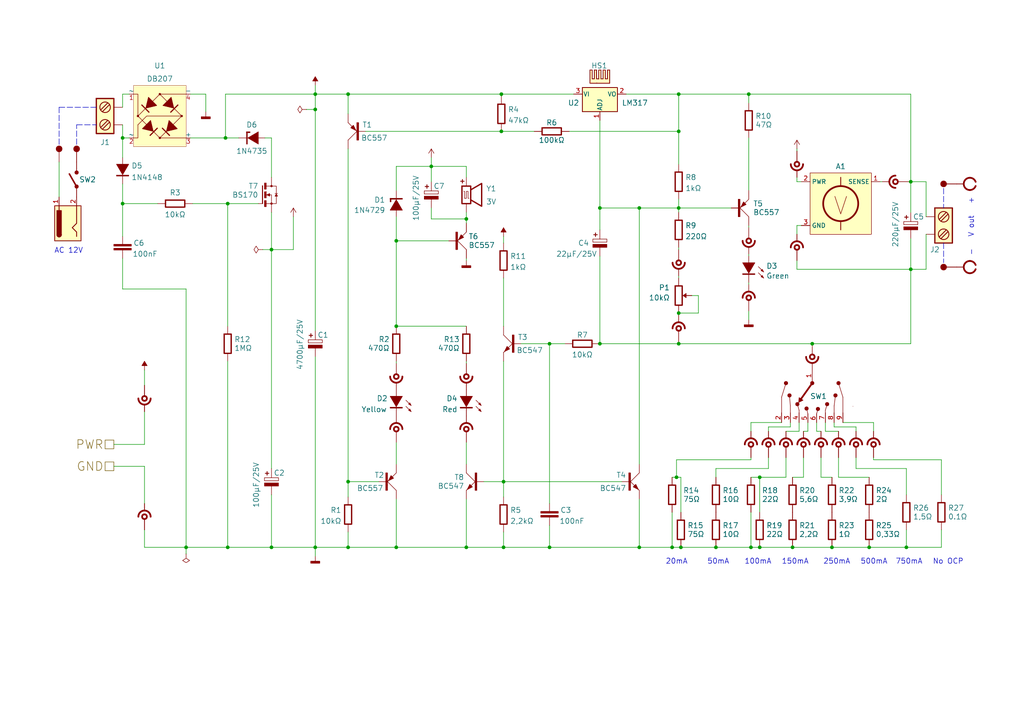
<source format=kicad_sch>
(kicad_sch (version 20230121) (generator eeschema)
  (paper "A4")
  (title_block (title "Zasilacz laboratoryjny (WŚE, W4C15)") (date "2023-01-15") (rev "3.1") (company "Kuba Michalik") (comment 1 "Wersja finałowa"))
  (lib_symbols
    (symbol "*Custom_Generic:Buzzer_Magnetic_Active" (pin_numbers hide) (pin_names (offset 0) hide)
      (property "Reference" "Y" (at 2.54 4.318 0))
      (property "Value" "Buzzer_Magnetic_Active" (at 27.051 -4.953 0))
      (symbol "Buzzer_Magnetic_Active_1_1"
        (pin passive line (at 0 5.08 270) (length 2.54) (name "1") (number "1"))
        (pin passive line (at 0 -5.08 90) (length 2.54) (name "2") (number "2"))
      )
    )
    (symbol "*Custom_Generic:C" (pin_numbers hide) (pin_names (offset 0.254))
      (property "Reference" "C" (at 2.921 3.048 0))
      (property "Value" "C" (at 2.921 0.635 0))
      (symbol "C_1_1"
        (pin passive line (at 0 3.81 270) (length 2.54) (name "~") (number "1"))
        (pin passive line (at 0 -2.54 90) (length 2.54) (name "~") (number "2"))
      )
    )
    (symbol "*Custom_Generic:C_Polarized" (pin_numbers hide) (pin_names (offset 0.254) hide)
      (property "Reference" "C" (at 0.635 2.54 0))
      (property "Value" "C_Polarized" (at 0.635 -2.54 0))
      (symbol "C_Polarized_1_1"
        (pin passive line (at 0 -3.81 90) (length 2.794) (name "-") (number "1"))
        (pin passive line (at 0 3.81 270) (length 2.667) (name "+") (number "2"))
      )
    )
    (symbol "*Custom_Generic:Conn_Jack" (pin_numbers hide) (pin_names (offset 1.016) hide)
      (property "Reference" "J" (at 0 3.429 0))
      (property "Value" "Conn_Jack" (at 0.254 -3.556 0))
      (symbol "Conn_Jack_1_1"
        (pin passive line (at -3.81 0 0) (length 2.032) (name "Pin_1") (number "1"))
      )
    )
    (symbol "*Custom_Generic:Conn_Plug" (pin_numbers hide) (pin_names (offset 1.016) hide)
      (property "Reference" "J" (at 0 2.54 0))
      (property "Value" "Conn_Plug" (at 0 -2.54 0))
      (symbol "Conn_Plug_1_1"
        (pin passive line (at -3.81 0 0) (length 3.175) (name "Pin_1") (number "1"))
      )
    )
    (symbol "*Custom_Generic:Conn_Point_F" (pin_numbers hide) (pin_names (offset 1.016) hide)
      (property "Reference" "J" (at 0 3.429 0))
      (property "Value" "Conn_Point_F" (at 0.254 -3.556 0))
      (symbol "Conn_Point_F_1_1"
        (pin passive line (at -3.81 0 0) (length 2.032) (name "Pin_1") (number "1"))
      )
    )
    (symbol "*Custom_Generic:Conn_Point_M" (pin_numbers hide) (pin_names (offset 1.016) hide)
      (property "Reference" "J" (at 0 2.54 0))
      (property "Value" "Conn_Point_M" (at 0 -2.54 0))
      (symbol "Conn_Point_M_1_1"
        (pin passive line (at -3.81 0 0) (length 3.175) (name "Pin_1") (number "1"))
      )
    )
    (symbol "*Custom_Generic:D" (pin_numbers hide) (pin_names (offset 1.016) hide)
      (property "Reference" "D" (at 0 2.54 0))
      (property "Value" "D" (at 0 -2.54 0))
      (symbol "D_1_1"
        (pin passive line (at -3.81 0 0) (length 2.54) (name "K") (number "1"))
        (pin passive line (at 3.81 0 180) (length 2.54) (name "A") (number "2"))
      )
    )
    (symbol "*Custom_Generic:D_zener" (pin_numbers hide) (pin_names (offset 1.016) hide)
      (property "Reference" "D" (at 0.381 2.921 0))
      (property "Value" "D_zener" (at 0.635 -3.048 0))
      (symbol "D_zener_1_1"
        (pin passive line (at -3.81 0 0) (length 2.54) (name "K") (number "1"))
        (pin passive line (at 3.81 0 180) (length 2.54) (name "A") (number "2"))
      )
    )
    (symbol "*Custom_Generic:LED" (pin_numbers hide) (pin_names (offset 1.016) hide)
      (property "Reference" "D" (at 0 2.921 0))
      (property "Value" "LED" (at 0 5.588 0))
      (symbol "LED_1_1"
        (pin passive line (at -3.81 0 0) (length 2.54) (name "K") (number "1"))
        (pin passive line (at 3.81 0 180) (length 2.54) (name "A") (number "2"))
      )
    )
    (symbol "*Custom_Generic:NMOS_DGS" (pin_numbers hide) (pin_names (offset 0) hide)
      (property "Reference" "T" (at 2.159 2.032 0))
      (property "Value" "NMOS_DGS" (at 2.032 -2.159 0))
      (symbol "NMOS_DGS_1_1"
        (pin passive line (at 0 5.08 270) (length 2.54) (name "D") (number "1"))
        (pin input line (at -3.81 -2.54 0) (length 1.27) (name "G") (number "2"))
        (pin passive line (at 0 -5.08 90) (length 2.54) (name "S") (number "3"))
      )
    )
    (symbol "*Custom_Generic:NPN_BJT_CBE" (pin_numbers hide) (pin_names (offset 0) hide)
      (property "Reference" "T" (at 3.81 1.27 0))
      (property "Value" "NPN_BJT_CBE" (at 3.81 -1.27 0))
      (symbol "NPN_BJT_CBE_1_1"
        (pin passive line (at 2.54 5.08 270) (length 2.54) (name "C") (number "1"))
        (pin input line (at -2.54 0 0) (length 2.54) (name "B") (number "2"))
        (pin passive line (at 2.54 -5.08 90) (length 2.54) (name "E") (number "3"))
      )
    )
    (symbol "*Custom_Generic:P" (pin_numbers hide) (pin_names (offset 0) hide)
      (property "Reference" "P" (at 2.413 -2.159 0))
      (property "Value" "P" (at 2.413 2.032 0))
      (symbol "P_0_0"
        (text "" (at 0 3.937 0) (effects (font (size 1.27 1.27))))
      )
      (symbol "P_1_1"
        (pin passive line (at 0 5.08 270) (length 2.25) (name "1") (number "1"))
        (pin passive line (at 3.81 0 180) (length 2.25) (name "2") (number "2"))
        (pin passive line (at 0 -5.08 90) (length 2.25) (name "3") (number "3"))
      )
    )
    (symbol "*Custom_Generic:PNP_BJT_CBE" (pin_numbers hide) (pin_names (offset 0) hide)
      (property "Reference" "T" (at 3.81 1.27 0))
      (property "Value" "PNP_BJT_CBE" (at 3.81 -1.27 0))
      (symbol "PNP_BJT_CBE_1_1"
        (pin passive line (at 2.54 5.08 270) (length 2.54) (name "C") (number "1"))
        (pin input line (at -2.54 0 0) (length 2.54) (name "B") (number "2"))
        (pin passive line (at 2.54 -5.08 90) (length 2.54) (name "E") (number "3"))
      )
    )
    (symbol "*Custom_Generic:R" (pin_numbers hide) (pin_names (offset 0))
      (property "Reference" "R" (at 2.413 0 90))
      (property "Value" "R" (at -2.286 0 90))
      (symbol "R_1_1"
        (pin passive line (at 0 5.08 270) (length 2.25) (name "~") (number "1"))
        (pin passive line (at 0 -5.08 90) (length 2.25) (name "~") (number "2"))
      )
    )
    (symbol "*Custom_Generic:SW_SP8T" (pin_names (offset 0.002) hide)
      (property "Reference" "SW" (at 14.097 2.54 0))
      (property "Value" "SW_SP8T" (at 17.399 -2.159 0))
      (symbol "SW_SP8T_1_1"
        (pin passive line (at -3.81 0 0) (length 3.302) (name "1") (number "1"))
        (pin passive line (at 11.43 8.89 180) (length 2.794) (name "2") (number "2"))
        (pin passive line (at 11.43 6.35 180) (length 2.794) (name "3") (number "3"))
        (pin passive line (at 11.43 3.81 180) (length 2.794) (name "4") (number "4"))
        (pin passive line (at 11.43 1.27 180) (length 2.54) (name "5") (number "5"))
        (pin passive line (at 11.43 -1.27 180) (length 2.54) (name "6") (number "6"))
        (pin passive line (at 11.43 -3.81 180) (length 2.794) (name "7") (number "7"))
        (pin passive line (at 11.43 -6.35 180) (length 2.794) (name "8") (number "8"))
        (pin passive line (at 11.43 -8.89 180) (length 2.794) (name "9") (number "9"))
      )
    )
    (symbol "*Custom_Generic:SW_SPST" (pin_numbers hide) (pin_names (offset 0) hide)
      (property "Reference" "SW" (at 7.874 1.651 0))
      (property "Value" "SW_SPST" (at 11.303 -2.032 0))
      (symbol "SW_SPST_1_1"
        (pin passive line (at 5.08 0 180) (length 2.54) (name "A1") (number "1"))
        (pin passive line (at -5.08 0 0) (length 2.54) (name "B1") (number "2"))
      )
    )
    (symbol "*Custom_Generic:Terminal_Block_x2" (pin_numbers hide) (pin_names (offset 1.016) hide)
      (property "Reference" "J" (at 0.127 6.731 0))
      (property "Value" "Terminal_Block_x2" (at 0.508 -7.239 0))
      (symbol "Terminal_Block_x2_1_1"
        (pin passive line (at -5.08 2.54 0) (length 2.54) (name "Pin_1") (number "1"))
        (pin passive line (at -5.08 -2.54 0) (length 2.54) (name "Pin_2") (number "2"))
      )
    )
    (symbol "*Custom_Generic:Voltmeter_digital" (on_board no)
      (property "Reference" "A" (at 10.541 1.651 0))
      (property "Value" "Voltmeter_digital" (at 19.685 -2.159 0))
      (symbol "Voltmeter_digital_0_0"
        (text "V" (at 0 -0.635 0) (effects (font (size 5.08 5.08))))
      )
      (symbol "Voltmeter_digital_1_1"
        (pin passive line (at 11.43 6.35 180) (length 2.54) (name "SENSE") (number "1"))
        (pin passive line (at -11.43 6.35 0) (length 2.54) (name "PWR") (number "2"))
        (pin passive line (at -11.43 -6.35 0) (length 2.54) (name "GND") (number "3"))
      )
    )
    (symbol "Connector:Barrel_Jack" (pin_names (offset 1.016))
      (property "Reference" "J" (at 0 5.334 0))
      (property "Value" "Barrel_Jack" (at 0 -5.08 0))
      (symbol "Barrel_Jack_1_1"
        (pin passive line (at 7.62 2.54 180) (length 2.54) (name "~") (number "1"))
        (pin passive line (at 7.62 -2.54 180) (length 2.54) (name "~") (number "2"))
      )
    )
    (symbol "Custom_Generic:D_bridge_DIP" (pin_names (offset 0))
      (property "Reference" "U" (at 0 10.541 0))
      (property "Value" "D_bridge_DIP" (at 0 -10.795 0))
      (symbol "D_bridge_DIP_1_1"
        (pin passive line (at -8.89 6.35 0) (length 1.27) (name "∼") (number "1"))
        (pin passive line (at -8.89 -6.35 0) (length 1.27) (name "∼") (number "2"))
        (pin passive line (at 8.89 -6.35 180) (length 1.27) (name "+") (number "3"))
        (pin passive line (at 8.89 6.35 180) (length 1.27) (name "−") (number "4"))
      )
    )
    (symbol "Custom_Power:GND" (power) (pin_numbers hide) (pin_names (offset 0) hide)
      (property "Value" "GND" (at 0 -3.175 0))
      (symbol "GND_1_1"
        (pin power_in line (at 0 0 270) (length 0) hide (name "GND") (number "1"))
      )
    )
    (symbol "Custom_Power:V1" (power) (pin_numbers hide) (pin_names (offset 0) hide)
      (property "Value" "V1" (at 0 3.81 0))
      (symbol "V1_1_1"
        (pin power_in line (at 0 0 90) (length 0) hide (name "V1") (number "1"))
      )
    )
    (symbol "Custom_Power:V3" (power) (pin_numbers hide) (pin_names (offset 0) hide)
      (property "Value" "V3" (at 0 3.81 0))
      (symbol "V3_1_1"
        (pin power_in line (at 0 0 90) (length 0) hide (name "V3") (number "1"))
      )
    )
    (symbol "Mechanical:Heatsink" (pin_names (offset 1.016))
      (property "Reference" "HS" (at 0 5.08 0))
      (property "Value" "Heatsink" (at 0 -1.27 0))
    )
    (symbol "Regulator_Linear:LM317_TO-220" (pin_names (offset 0.254))
      (property "Reference" "U" (at -3.81 3.175 0))
      (property "Value" "LM317_TO-220" (at 0 3.175 0))
      (symbol "LM317_TO-220_1_1"
        (pin input line (at 0 -7.62 90) (length 2.54) (name "ADJ") (number "1"))
        (pin power_out line (at 7.62 0 180) (length 2.54) (name "VO") (number "2"))
        (pin power_in line (at -7.62 0 0) (length 2.54) (name "VI") (number "3"))
      )
    )
    (symbol "Terminal_Block_x2_1" (pin_numbers hide) (pin_names (offset 1.016) hide)
      (property "Reference" "J" (at 0.127 6.731 0))
      (property "Value" "Terminal_Block_x2_1" (at 0.508 -7.239 0))
      (symbol "Terminal_Block_x2_1_1_1"
        (pin passive line (at -5.08 2.54 0) (length 2.54) (name "Pin_1") (number "1"))
        (pin passive line (at -5.08 -2.54 0) (length 2.54) (name "Pin_2") (number "2"))
      )
    )
    (symbol "power:PWR_FLAG" (power) (pin_numbers hide) (pin_names (offset 0) hide)
      (property "Value" "PWR_FLAG" (at 0 3.81 0))
      (symbol "PWR_FLAG_0_0"
        (pin power_out line (at 0 0 90) (length 0) (name "pwr") (number "1"))
      )
    )
  )
  (junction (at 100.965 27.305))
  (junction (at 197.485 158.75))
  (junction (at 217.805 158.75))
  (junction (at 196.215 138.43))
  (junction (at 217.17 27.305))
  (junction (at 114.935 69.85))
  (junction (at 135.255 158.75))
  (junction (at 235.585 99.695))
  (junction (at 220.345 158.75))
  (junction (at 185.42 60.325))
  (junction (at 220.345 138.43))
  (junction (at 145.415 38.1))
  (junction (at 91.44 158.75))
  (junction (at 196.85 90.805))
  (junction (at 78.74 72.39))
  (junction (at 114.935 94.615))
  (junction (at 264.16 52.705))
  (junction (at 196.85 99.695))
  (junction (at 159.385 158.75))
  (junction (at 185.42 158.75))
  (junction (at 78.74 158.75))
  (junction (at 66.04 59.055))
  (junction (at 66.04 158.75))
  (junction (at 252.095 158.75))
  (junction (at 241.3 158.75))
  (junction (at 53.975 158.75))
  (junction (at 196.85 38.1))
  (junction (at 35.56 40.005))
  (junction (at 173.99 60.325))
  (junction (at 196.85 27.305))
  (junction (at 146.05 139.7))
  (junction (at 125.095 48.26))
  (junction (at 145.415 27.305))
  (junction (at 264.16 78.105))
  (junction (at 196.85 60.325))
  (junction (at 114.935 158.75))
  (junction (at 262.89 158.75))
  (junction (at 146.05 158.75))
  (junction (at 65.405 40.005))
  (junction (at 207.645 158.75))
  (junction (at 35.56 59.055))
  (junction (at 100.965 158.75))
  (junction (at 173.99 99.695))
  (junction (at 91.44 27.305))
  (junction (at 100.965 139.7))
  (junction (at 229.87 158.75))
  (junction (at 135.255 63.5))
  (junction (at 194.945 158.75))
  (junction (at 91.44 31.75))
  (junction (at 159.385 99.695))
  (wire (pts (xy 151.13 99.695) (xy 159.385 99.695)))
  (wire (pts (xy 173.99 60.325) (xy 185.42 60.325)))
  (wire (pts (xy 217.17 73.66) (xy 217.17 74.295)))
  (wire (pts (xy 243.205 132.715) (xy 243.205 138.43)))
  (wire (pts (xy 233.045 132.715) (xy 233.045 138.43)))
  (wire (pts (xy 35.56 83.82) (xy 53.975 83.82)))
  (wire (pts (xy 217.17 27.305) (xy 264.16 27.305)))
  (wire (pts (xy 197.485 148.59) (xy 197.485 138.43)))
  (wire (pts (xy 91.44 31.75) (xy 91.44 95.885)))
  (wire (pts (xy 181.61 27.305) (xy 196.85 27.305)))
  (wire (pts (xy 159.385 152.4) (xy 159.385 158.75)))
  (wire (pts (xy 146.05 80.645) (xy 146.05 94.615)))
  (wire (pts (xy 226.695 122.555) (xy 217.805 122.555)))
  (wire (pts (xy 35.56 36.195) (xy 35.56 40.005)))
  (wire (pts (xy 135.255 158.75) (xy 146.05 158.75)))
  (wire (pts (xy 264.16 52.705) (xy 264.16 61.595)))
  (wire (pts (xy 217.805 148.59) (xy 217.805 158.75)))
  (wire (pts (xy 236.855 125.095) (xy 238.125 125.095)))
  (wire (pts (xy 146.05 139.7) (xy 180.34 139.7)))
  (wire (pts (xy 217.17 27.305) (xy 196.85 27.305)))
  (wire (pts (xy 262.89 158.75) (xy 273.05 158.75)))
  (wire (pts (xy 217.805 133.35) (xy 196.215 133.35)))
  (wire (pts (xy 74.93 59.055) (xy 66.04 59.055)))
  (wire (pts (xy 255.27 52.705) (xy 255.905 52.705)))
  (polyline (pts (xy 22.225 41.91) (xy 22.225 36.195)) (stroke (width 0) (type dash)))
  (wire (pts (xy 185.42 60.325) (xy 196.85 60.325)))
  (wire (pts (xy 35.56 40.005) (xy 37.465 40.005)))
  (wire (pts (xy 273.05 133.35) (xy 273.05 143.51)))
  (wire (pts (xy 35.56 74.93) (xy 35.56 83.82)))
  (wire (pts (xy 264.16 69.215) (xy 264.16 78.105)))
  (wire (pts (xy 135.255 63.5) (xy 135.255 61.595)))
  (polyline (pts (xy 273.685 70.485) (xy 273.685 76.2)) (stroke (width 0) (type dash)))
  (wire (pts (xy 227.965 132.715) (xy 227.965 138.43)))
  (wire (pts (xy 185.42 144.78) (xy 185.42 158.75)))
  (wire (pts (xy 217.17 40.005) (xy 217.17 55.245)))
  (wire (pts (xy 196.215 133.35) (xy 196.215 138.43)))
  (wire (pts (xy 145.415 38.1) (xy 154.94 38.1)))
  (wire (pts (xy 268.605 67.945) (xy 268.605 78.105)))
  (wire (pts (xy 231.14 51.435) (xy 231.14 52.705)))
  (wire (pts (xy 65.405 27.305) (xy 91.44 27.305)))
  (wire (pts (xy 262.89 135.89) (xy 262.89 143.51)))
  (wire (pts (xy 217.805 132.715) (xy 217.805 133.35)))
  (wire (pts (xy 262.89 153.67) (xy 262.89 158.75)))
  (wire (pts (xy 253.365 133.35) (xy 273.05 133.35)))
  (wire (pts (xy 159.385 99.695) (xy 159.385 146.05)))
  (wire (pts (xy 268.605 78.105) (xy 264.16 78.105)))
  (wire (pts (xy 196.85 99.695) (xy 235.585 99.695)))
  (wire (pts (xy 91.44 103.505) (xy 91.44 158.75)))
  (wire (pts (xy 41.91 107.315) (xy 41.91 111.76)))
  (wire (pts (xy 135.255 64.77) (xy 135.255 63.5)))
  (wire (pts (xy 241.935 123.825) (xy 248.285 123.825)))
  (wire (pts (xy 185.42 60.325) (xy 185.42 134.62)))
  (wire (pts (xy 231.775 122.555) (xy 231.775 125.095)))
  (wire (pts (xy 217.17 81.915) (xy 217.17 82.55)))
  (wire (pts (xy 41.91 128.905) (xy 41.91 119.38)))
  (wire (pts (xy 248.285 123.825) (xy 248.285 125.095)))
  (wire (pts (xy 135.255 74.93) (xy 135.255 75.565)))
  (wire (pts (xy 78.74 143.51) (xy 78.74 158.75)))
  (wire (pts (xy 222.885 135.89) (xy 207.645 135.89)))
  (wire (pts (xy 173.99 99.695) (xy 196.85 99.695)))
  (wire (pts (xy 55.88 59.055) (xy 66.04 59.055)))
  (wire (pts (xy 217.17 29.845) (xy 217.17 27.305)))
  (wire (pts (xy 159.385 99.695) (xy 163.83 99.695)))
  (wire (pts (xy 238.125 138.43) (xy 241.3 138.43)))
  (polyline (pts (xy 17.145 41.91) (xy 17.145 31.115)) (stroke (width 0) (type dash)))
  (wire (pts (xy 78.74 40.005) (xy 78.74 51.435)))
  (wire (pts (xy 35.56 31.115) (xy 35.56 27.305)))
  (wire (pts (xy 264.16 99.695) (xy 264.16 78.105)))
  (wire (pts (xy 165.1 38.1) (xy 196.85 38.1)))
  (wire (pts (xy 159.385 158.75) (xy 185.42 158.75)))
  (wire (pts (xy 35.56 59.055) (xy 35.56 68.58)))
  (wire (pts (xy 55.245 40.005) (xy 65.405 40.005)))
  (wire (pts (xy 196.85 57.785) (xy 196.85 60.325)))
  (wire (pts (xy 85.09 72.39) (xy 85.09 62.865)))
  (wire (pts (xy 196.85 27.305) (xy 196.85 38.1)))
  (wire (pts (xy 53.975 158.75) (xy 53.975 160.655)))
  (wire (pts (xy 248.285 132.715) (xy 248.285 135.89)))
  (wire (pts (xy 114.935 69.85) (xy 114.935 94.615)))
  (wire (pts (xy 91.44 158.75) (xy 78.74 158.75)))
  (wire (pts (xy 273.05 153.67) (xy 273.05 158.75)))
  (wire (pts (xy 173.99 60.325) (xy 173.99 66.675)))
  (wire (pts (xy 114.935 55.245) (xy 114.935 48.26)))
  (wire (pts (xy 185.42 158.75) (xy 194.945 158.75)))
  (wire (pts (xy 146.05 104.775) (xy 146.05 139.7)))
  (wire (pts (xy 220.345 158.75) (xy 229.87 158.75)))
  (wire (pts (xy 239.395 125.095) (xy 243.205 125.095)))
  (wire (pts (xy 264.16 52.705) (xy 268.605 52.705)))
  (wire (pts (xy 78.74 158.75) (xy 66.04 158.75)))
  (wire (pts (xy 207.645 158.75) (xy 217.805 158.75)))
  (wire (pts (xy 100.965 139.7) (xy 109.855 139.7)))
  (wire (pts (xy 202.565 90.805) (xy 196.85 90.805)))
  (wire (pts (xy 253.365 132.715) (xy 253.365 133.35)))
  (wire (pts (xy 232.41 52.705) (xy 231.14 52.705)))
  (wire (pts (xy 35.56 59.055) (xy 45.72 59.055)))
  (wire (pts (xy 35.56 53.34) (xy 35.56 59.055)))
  (polyline (pts (xy 273.685 54.61) (xy 273.685 60.325)) (stroke (width 0) (type dash)))
  (wire (pts (xy 125.095 48.26) (xy 135.255 48.26)))
  (wire (pts (xy 253.365 122.555) (xy 253.365 125.095)))
  (wire (pts (xy 229.235 123.825) (xy 222.885 123.825)))
  (wire (pts (xy 241.935 122.555) (xy 241.935 123.825)))
  (wire (pts (xy 196.85 38.1) (xy 196.85 47.625)))
  (wire (pts (xy 222.885 132.715) (xy 222.885 135.89)))
  (wire (pts (xy 53.975 158.75) (xy 66.04 158.75)))
  (wire (pts (xy 217.805 122.555) (xy 217.805 125.095)))
  (wire (pts (xy 233.045 138.43) (xy 229.87 138.43)))
  (wire (pts (xy 196.85 71.755) (xy 196.85 72.39)))
  (wire (pts (xy 146.05 154.305) (xy 146.05 158.75)))
  (wire (pts (xy 135.255 128.27) (xy 135.255 134.62)))
  (wire (pts (xy 241.3 158.75) (xy 252.095 158.75)))
  (wire (pts (xy 229.87 158.75) (xy 241.3 158.75)))
  (wire (pts (xy 146.05 158.75) (xy 159.385 158.75)))
  (wire (pts (xy 197.485 158.75) (xy 207.645 158.75)))
  (wire (pts (xy 88.9 31.75) (xy 91.44 31.75)))
  (wire (pts (xy 234.315 122.555) (xy 234.315 125.095)))
  (wire (pts (xy 78.74 72.39) (xy 85.09 72.39)))
  (wire (pts (xy 196.215 138.43) (xy 197.485 138.43)))
  (wire (pts (xy 91.44 27.305) (xy 91.44 31.75)))
  (wire (pts (xy 125.095 45.72) (xy 125.095 48.26)))
  (wire (pts (xy 244.475 122.555) (xy 253.365 122.555)))
  (wire (pts (xy 76.2 72.39) (xy 78.74 72.39)))
  (wire (pts (xy 53.975 83.82) (xy 53.975 158.75)))
  (wire (pts (xy 41.91 158.75) (xy 53.975 158.75)))
  (polyline (pts (xy 17.145 31.115) (xy 27.94 31.115)) (stroke (width 0) (type dash)))
  (wire (pts (xy 248.285 135.89) (xy 262.89 135.89)))
  (wire (pts (xy 114.935 48.26) (xy 125.095 48.26)))
  (wire (pts (xy 114.935 69.85) (xy 130.175 69.85)))
  (wire (pts (xy 91.44 158.75) (xy 91.44 161.29)))
  (wire (pts (xy 231.14 43.18) (xy 231.14 43.815)))
  (wire (pts (xy 146.05 68.58) (xy 146.05 70.485)))
  (wire (pts (xy 222.885 123.825) (xy 222.885 125.095)))
  (wire (pts (xy 66.04 59.055) (xy 66.04 94.615)))
  (wire (pts (xy 135.255 104.775) (xy 135.255 105.41)))
  (wire (pts (xy 78.74 61.595) (xy 78.74 72.39)))
  (wire (pts (xy 125.095 63.5) (xy 135.255 63.5)))
  (wire (pts (xy 33.02 128.905) (xy 41.91 128.905)))
  (wire (pts (xy 41.91 153.67) (xy 41.91 158.75)))
  (wire (pts (xy 140.335 139.7) (xy 146.05 139.7)))
  (wire (pts (xy 78.74 72.39) (xy 78.74 135.89)))
  (wire (pts (xy 252.095 158.75) (xy 262.89 158.75)))
  (wire (pts (xy 173.99 34.925) (xy 173.99 60.325)))
  (wire (pts (xy 268.605 52.705) (xy 268.605 62.865)))
  (wire (pts (xy 239.395 122.555) (xy 239.395 125.095)))
  (wire (pts (xy 41.91 135.255) (xy 41.91 146.05)))
  (wire (pts (xy 125.095 48.26) (xy 125.095 52.705)))
  (wire (pts (xy 200.66 85.725) (xy 202.565 85.725)))
  (wire (pts (xy 227.965 138.43) (xy 220.345 138.43)))
  (wire (pts (xy 55.245 27.305) (xy 59.69 27.305)))
  (wire (pts (xy 35.56 40.005) (xy 35.56 45.72)))
  (wire (pts (xy 217.805 158.75) (xy 220.345 158.75)))
  (wire (pts (xy 114.935 158.75) (xy 135.255 158.75)))
  (wire (pts (xy 196.85 99.06) (xy 196.85 99.695)))
  (wire (pts (xy 33.02 135.255) (xy 41.91 135.255)))
  (wire (pts (xy 264.16 52.705) (xy 264.16 27.305)))
  (wire (pts (xy 76.835 40.005) (xy 78.74 40.005)))
  (wire (pts (xy 145.415 27.305) (xy 166.37 27.305)))
  (wire (pts (xy 100.965 27.305) (xy 145.415 27.305)))
  (wire (pts (xy 232.41 65.405) (xy 231.14 65.405)))
  (wire (pts (xy 231.14 75.565) (xy 231.14 78.105)))
  (wire (pts (xy 65.405 40.005) (xy 65.405 27.305)))
  (wire (pts (xy 100.965 154.305) (xy 100.965 158.75)))
  (wire (pts (xy 146.05 139.7) (xy 146.05 144.145)))
  (wire (pts (xy 106.045 38.1) (xy 145.415 38.1)))
  (wire (pts (xy 66.04 104.775) (xy 66.04 158.75)))
  (wire (pts (xy 238.125 132.715) (xy 238.125 138.43)))
  (wire (pts (xy 91.44 24.765) (xy 91.44 27.305)))
  (polyline (pts (xy 22.225 36.195) (xy 27.94 36.195)) (stroke (width 0) (type dash)))
  (wire (pts (xy 217.17 65.405) (xy 217.17 66.04)))
  (wire (pts (xy 114.935 105.41) (xy 114.935 104.775)))
  (wire (pts (xy 236.855 122.555) (xy 236.855 125.095)))
  (wire (pts (xy 114.935 62.865) (xy 114.935 69.85)))
  (wire (pts (xy 194.945 158.75) (xy 197.485 158.75)))
  (wire (pts (xy 243.205 138.43) (xy 252.095 138.43)))
  (wire (pts (xy 202.565 85.725) (xy 202.565 90.805)))
  (wire (pts (xy 220.345 148.59) (xy 220.345 138.43)))
  (wire (pts (xy 194.945 148.59) (xy 194.945 158.75)))
  (wire (pts (xy 114.935 144.78) (xy 114.935 158.75)))
  (wire (pts (xy 194.945 138.43) (xy 196.215 138.43)))
  (wire (pts (xy 100.965 139.7) (xy 100.965 144.145)))
  (wire (pts (xy 135.255 51.435) (xy 135.255 48.26)))
  (wire (pts (xy 59.69 27.305) (xy 59.69 32.385)))
  (wire (pts (xy 217.805 138.43) (xy 220.345 138.43)))
  (wire (pts (xy 17.145 57.15) (xy 17.145 46.99)))
  (wire (pts (xy 114.935 94.615) (xy 135.255 94.615)))
  (wire (pts (xy 231.14 65.405) (xy 231.14 67.945)))
  (wire (pts (xy 114.935 134.62) (xy 114.935 128.27)))
  (wire (pts (xy 196.85 60.325) (xy 212.09 60.325)))
  (wire (pts (xy 100.965 158.75) (xy 114.935 158.75)))
  (wire (pts (xy 196.85 60.325) (xy 196.85 61.595)))
  (wire (pts (xy 91.44 158.75) (xy 100.965 158.75)))
  (wire (pts (xy 229.235 122.555) (xy 229.235 123.825)))
  (wire (pts (xy 145.415 27.94) (xy 145.415 27.305)))
  (wire (pts (xy 263.525 52.705) (xy 264.16 52.705)))
  (wire (pts (xy 100.965 27.305) (xy 100.965 33.02)))
  (wire (pts (xy 231.14 78.105) (xy 264.16 78.105)))
  (wire (pts (xy 125.095 60.325) (xy 125.095 63.5)))
  (wire (pts (xy 217.17 90.17) (xy 217.17 92.71)))
  (wire (pts (xy 196.85 90.805) (xy 196.85 91.44)))
  (wire (pts (xy 207.645 135.89) (xy 207.645 138.43)))
  (wire (pts (xy 173.99 74.295) (xy 173.99 99.695)))
  (wire (pts (xy 91.44 27.305) (xy 100.965 27.305)))
  (wire (pts (xy 135.255 144.78) (xy 135.255 158.75)))
  (wire (pts (xy 65.405 40.005) (xy 69.215 40.005)))
  (wire (pts (xy 235.585 99.695) (xy 264.16 99.695)))
  (wire (pts (xy 234.315 125.095) (xy 233.045 125.095)))
  (wire (pts (xy 100.965 43.18) (xy 100.965 139.7)))
  (wire (pts (xy 196.85 80.01) (xy 196.85 80.645)))
  (wire (pts (xy 35.56 27.305) (xy 37.465 27.305)))
  (wire (pts (xy 231.775 125.095) (xy 227.965 125.095)))
  (text "−   V out   +" (at 282.575 74.295 90) (effects (font (size 1.524 1.524)) (justify left bottom)))
  (text "150mA" (at 226.695 163.83 0) (effects (font (size 1.524 1.524)) (justify left bottom)))
  (text "250mA" (at 238.76 163.83 0) (effects (font (size 1.524 1.524)) (justify left bottom)))
  (text "750mA" (at 259.715 163.83 0) (effects (font (size 1.524 1.524)) (justify left bottom)))
  (text "No OCP" (at 270.51 163.83 0) (effects (font (size 1.524 1.524)) (justify left bottom)))
  (text "50mA" (at 205.105 163.83 0) (effects (font (size 1.524 1.524)) (justify left bottom)))
  (text "500mA" (at 249.555 163.83 0) (effects (font (size 1.524 1.524)) (justify left bottom)))
  (text "100mA" (at 215.9 163.83 0) (effects (font (size 1.524 1.524)) (justify left bottom)))
  (text "AC 12V" (at 24.13 73.66 0) (effects (font (size 1.524 1.524)) (justify right bottom)))
  (text "20mA" (at 193.04 163.83 0) (effects (font (size 1.524 1.524)) (justify left bottom)))
  (hierarchical_label "PWR" (shape passive) (at 33.02 128.905 180) (effects (font (size 2.54 2.54))))
  (hierarchical_label "GND" (shape passive) (at 33.02 135.255 180) (effects (font (size 2.54 2.54))))
  (symbol (lib_id "power:PWR_FLAG") (at 76.2 72.39 90) (unit 1)
    (property "Reference" "#FLG02" (effects hide))
    (property "Value" "PWR_FLAG" (effects hide))
  )
  (symbol (lib_id "*Custom_Generic:Conn_Point_M") (at 196.85 76.2 270) (unit 1)
    (property "Reference" "J11" (effects hide))
    (property "Value" "VSET1" (effects hide))
    (property "Footprint" "VeeCad:SIP1" (effects hide))
  )
  (symbol (lib_id "*Custom_Generic:Conn_Point_F") (at 259.715 52.705 0) (unit 1) (on_board no)
    (property "Reference" "J124" (effects hide))
    (property "Value" "OFF_BOARD" (effects hide))
  )
  (symbol (lib_id "Custom_Power:V1") (at 91.44 24.765 0) (unit 1)
    (property "Reference" "#PWR0105" (effects hide))
    (property "Value" "V+" (effects hide))
  )
  (symbol (lib_id "*Custom_Generic:Conn_Point_M") (at 227.965 128.905 90) (unit 1)
    (property "Reference" "J19" (effects hide))
    (property "Value" "OCP3" (effects hide))
    (property "Footprint" "VeeCad:SIP1" (effects hide))
  )
  (symbol (lib_id "*Custom_Generic:R") (at 217.17 34.925 0) (unit 1)
    (property "Reference" "R10" (at 219.075 33.655 0) (effects (font (size 1.524 1.524)) (justify left)))
    (property "Value" "47Ω" (at 219.075 36.195 0) (effects (font (size 1.524 1.524)) (justify left)))
    (property "Footprint" "VeeCad:VERTAX_2N" (effects hide))
  )
  (symbol (lib_id "*Custom_Generic:LED") (at 217.17 78.105 90) (unit 1) (on_board no)
    (property "Reference" "D3" (at 222.25 77.1525 90) (effects (font (size 1.524 1.524)) (justify right)))
    (property "Value" "Green" (at 222.25 80.01 90) (effects (font (size 1.524 1.524)) (justify right)))
  )
  (symbol (lib_id "*Custom_Generic:R") (at 207.645 143.51 0) (mirror y) (unit 1)
    (property "Reference" "R16" (at 209.55 142.24 0) (effects (font (size 1.524 1.524)) (justify right)))
    (property "Value" "10Ω" (at 209.55 144.78 0) (effects (font (size 1.524 1.524)) (justify right)))
    (property "Footprint" "VeeCad:VERTAX_1N" (effects hide))
  )
  (symbol (lib_id "*Custom_Generic:Conn_Point_M") (at 253.365 128.905 90) (unit 1)
    (property "Reference" "J24" (effects hide))
    (property "Value" "OCP8" (effects hide))
    (property "Footprint" "VeeCad:SIP1" (effects hide))
  )
  (symbol (lib_id "*Custom_Generic:NPN_BJT_CBE") (at 148.59 99.695 0) (mirror y) (unit 1)
    (property "Reference" "T3" (at 153.035 97.79 0) (effects (font (size 1.524 1.524)) (justify left)))
    (property "Value" "BC547" (at 157.48 101.6 0) (effects (font (size 1.524 1.524)) (justify left)))
    (property "Footprint" "VeeCad:TO92_ALT2" (effects hide))
  )
  (symbol (lib_id "Custom_Generic:D_bridge_DIP") (at 46.355 33.655 0) (unit 1)
    (property "Reference" "U1" (at 46.355 19.05 0) (effects (font (size 1.524 1.524))))
    (property "Value" "DB207" (at 46.355 22.86 0) (effects (font (size 1.524 1.524))))
    (property "Footprint" "VeeCad:DIP4_DB" (effects hide))
  )
  (symbol (lib_id "*Custom_Generic:Conn_Point_M") (at 114.935 109.22 270) (unit 1)
    (property "Reference" "J15" (effects hide))
    (property "Value" "VDOL+" (effects hide))
    (property "Footprint" "VeeCad:SIP1" (effects hide))
  )
  (symbol (lib_id "*Custom_Generic:Conn_Plug") (at 17.145 43.18 90) (unit 1) (on_board no)
    (property "Reference" "J101" (effects hide))
    (property "Value" "INSULATED FERRULE" (effects hide))
  )
  (symbol (lib_id "*Custom_Generic:Conn_Point_F") (at 135.255 109.22 90) (unit 1) (on_board no)
    (property "Reference" "J107" (effects hide))
    (property "Value" "OFF_BOARD" (effects hide))
  )
  (symbol (lib_id "*Custom_Generic:R") (at 252.095 153.67 0) (mirror y) (unit 1)
    (property "Reference" "R25" (at 254 152.4 0) (effects (font (size 1.524 1.524)) (justify right)))
    (property "Value" "0,33Ω" (at 254 154.94 0) (effects (font (size 1.524 1.524)) (justify right)))
    (property "Footprint" "VeeCad:VERTAX2_1N" (effects hide))
  )
  (symbol (lib_id "*Custom_Generic:Voltmeter_digital") (at 243.84 59.055 0) (unit 1) (on_board no)
    (property "Reference" "A1" (at 243.84 48.26 0) (effects (font (size 1.524 1.524))))
    (property "Value" "DIGITAL_VM" (effects hide))
  )
  (symbol (lib_id "*Custom_Generic:Conn_Point_F") (at 135.255 124.46 270) (unit 1) (on_board no)
    (property "Reference" "J108" (effects hide))
    (property "Value" "OFF_BOARD" (effects hide))
  )
  (symbol (lib_id "*Custom_Generic:R") (at 229.87 153.67 0) (mirror y) (unit 1)
    (property "Reference" "R21" (at 231.775 152.4 0) (effects (font (size 1.524 1.524)) (justify right)))
    (property "Value" "2,2Ω" (at 231.775 154.94 0) (effects (font (size 1.524 1.524)) (justify right)))
    (property "Footprint" "VeeCad:VERTAX_1N" (effects hide))
  )
  (symbol (lib_id "*Custom_Generic:Conn_Point_M") (at 231.14 71.755 90) (unit 1)
    (property "Reference" "J7" (effects hide))
    (property "Value" "VMGND" (effects hide))
    (property "Footprint" "VeeCad:SIP1" (effects hide))
  )
  (symbol (lib_id "*Custom_Generic:R") (at 194.945 143.51 0) (mirror y) (unit 1)
    (property "Reference" "R14" (at 198.12 142.24 0) (effects (font (size 1.524 1.524)) (justify right)))
    (property "Value" "75Ω" (at 198.12 144.78 0) (effects (font (size 1.524 1.524)) (justify right)))
    (property "Footprint" "VeeCad:AX3_1N" (effects hide))
  )
  (symbol (lib_id "*Custom_Generic:LED") (at 114.935 116.84 90) (unit 1) (on_board no)
    (property "Reference" "D2" (at 109.22 115.57 90) (effects (font (size 1.524 1.524)) (justify right)))
    (property "Value" "Yellow" (at 104.775 118.745 90) (effects (font (size 1.524 1.524)) (justify right)))
  )
  (symbol (lib_id "*Custom_Generic:Conn_Point_F") (at 114.935 124.46 270) (unit 1) (on_board no)
    (property "Reference" "J106" (effects hide))
    (property "Value" "OFF_BOARD" (effects hide))
  )
  (symbol (lib_id "*Custom_Generic:Conn_Point_M") (at 259.715 52.705 180) (unit 1)
    (property "Reference" "J5" (effects hide))
    (property "Value" "VMPROBE" (effects hide))
    (property "Footprint" "VeeCad:SIP1" (effects hide))
  )
  (symbol (lib_id "*Custom_Generic:D_zener") (at 73.025 40.005 0) (unit 1)
    (property "Reference" "D6" (at 73.025 36.195 0) (effects (font (size 1.524 1.524))))
    (property "Value" "1N4735" (at 73.025 43.815 0) (effects (font (size 1.524 1.524))))
    (property "Footprint" "VeeCad:AX2_1" (effects hide))
  )
  (symbol (lib_id "*Custom_Generic:R") (at 241.3 143.51 0) (mirror y) (unit 1)
    (property "Reference" "R22" (at 243.205 142.24 0) (effects (font (size 1.524 1.524)) (justify right)))
    (property "Value" "3,9Ω" (at 243.205 144.78 0) (effects (font (size 1.524 1.524)) (justify right)))
    (property "Footprint" "VeeCad:VERTAX2_1N" (effects hide))
  )
  (symbol (lib_id "*Custom_Generic:Conn_Point_F") (at 248.285 128.905 270) (unit 1) (on_board no)
    (property "Reference" "J122" (effects hide))
    (property "Value" "OFF_BOARD" (effects hide))
  )
  (symbol (lib_id "*Custom_Generic:Conn_Point_F") (at 196.85 76.2 90) (unit 1) (on_board no)
    (property "Reference" "J109" (effects hide))
    (property "Value" "OFF_BOARD" (effects hide))
  )
  (symbol (lib_id "Connector:Barrel_Jack") (at 19.685 64.77 90) (unit 1) (on_board no)
    (property "Reference" "J127" (effects hide))
    (property "Value" "BARREL JACK 2,1/5,5" (effects hide))
  )
  (symbol (lib_id "*Custom_Generic:Conn_Point_F") (at 114.935 109.22 90) (unit 1) (on_board no)
    (property "Reference" "J105" (effects hide))
    (property "Value" "OFF_BOARD" (effects hide))
  )
  (symbol (lib_id "*Custom_Generic:R") (at 135.255 99.695 0) (unit 1)
    (property "Reference" "R13" (at 133.35 98.425 0) (effects (font (size 1.524 1.524)) (justify right)))
    (property "Value" "470Ω" (at 133.35 100.965 0) (effects (font (size 1.524 1.524)) (justify right)))
    (property "Footprint" "VeeCad:VERTAX_2N_180" (effects hide))
  )
  (symbol (lib_id "*Custom_Generic:Conn_Jack") (at 281.305 77.47 0) (unit 1) (on_board no)
    (property "Reference" "J129" (effects hide))
    (property "Value" "BANANA JACK 4mm" (effects hide))
  )
  (symbol (lib_id "Custom_Power:GND") (at 135.255 75.565 0) (unit 1)
    (property "Reference" "#PWR0109" (effects hide))
    (property "Value" "GNDD" (effects hide))
  )
  (symbol (lib_id "*Custom_Generic:R") (at 197.485 153.67 0) (mirror y) (unit 1)
    (property "Reference" "R15" (at 199.39 152.4 0) (effects (font (size 1.524 1.524)) (justify right)))
    (property "Value" "75Ω" (at 199.39 154.94 0) (effects (font (size 1.524 1.524)) (justify right)))
    (property "Footprint" "VeeCad:AX3_1N" (effects hide))
  )
  (symbol (lib_id "Custom_Power:GND") (at 91.44 161.29 0) (unit 1)
    (property "Reference" "#PWR0103" (effects hide))
    (property "Value" "GND" (effects hide))
  )
  (symbol (lib_id "*Custom_Generic:R") (at 241.3 153.67 0) (mirror y) (unit 1)
    (property "Reference" "R23" (at 243.205 152.4 0) (effects (font (size 1.524 1.524)) (justify right)))
    (property "Value" "1Ω" (at 243.205 154.94 0) (effects (font (size 1.524 1.524)) (justify right)))
    (property "Footprint" "VeeCad:VERTAX2_1N" (effects hide))
  )
  (symbol (lib_id "*Custom_Generic:Conn_Point_F") (at 217.17 69.85 90) (unit 1) (on_board no)
    (property "Reference" "J111" (effects hide))
    (property "Value" "OFF_BOARD" (effects hide))
  )
  (symbol (lib_id "*Custom_Generic:Conn_Point_M") (at 217.17 69.85 270) (unit 1)
    (property "Reference" "J9" (effects hide))
    (property "Value" "PWRL+" (effects hide))
    (property "Footprint" "VeeCad:SIP1" (effects hide))
  )
  (symbol (lib_id "*Custom_Generic:PNP_BJT_CBE") (at 112.395 139.7 0) (mirror x) (unit 1)
    (property "Reference" "T2" (at 108.585 137.795 0) (effects (font (size 1.524 1.524)) (justify left)))
    (property "Value" "BC557" (at 103.505 141.605 0) (effects (font (size 1.524 1.524)) (justify left)))
    (property "Footprint" "VeeCad:TO92" (effects hide))
  )
  (symbol (lib_id "*Custom_Generic:PNP_BJT_CBE") (at 214.63 60.325 0) (mirror x) (unit 1)
    (property "Reference" "T5" (at 218.44 59.055 0) (effects (font (size 1.524 1.524)) (justify left)))
    (property "Value" "BC557" (at 218.44 61.595 0) (effects (font (size 1.524 1.524)) (justify left)))
    (property "Footprint" "VeeCad:TO92_ALT2" (effects hide))
  )
  (symbol (lib_id "*Custom_Generic:R") (at 100.965 149.225 0) (mirror y) (unit 1)
    (property "Reference" "R1" (at 99.06 147.955 0) (effects (font (size 1.524 1.524)) (justify left)))
    (property "Value" "10kΩ" (at 99.06 151.13 0) (effects (font (size 1.524 1.524)) (justify left)))
    (property "Footprint" "VeeCad:VERTAX_1N" (effects hide))
  )
  (symbol (lib_id "*Custom_Generic:Conn_Point_M") (at 248.285 128.905 90) (unit 1)
    (property "Reference" "J23" (effects hide))
    (property "Value" "OCP7" (effects hide))
    (property "Footprint" "VeeCad:SIP1" (effects hide))
  )
  (symbol (lib_id "*Custom_Generic:Conn_Point_M") (at 41.91 115.57 270) (unit 1)
    (property "Reference" "J25" (effects hide))
    (property "Value" "FAN+" (effects hide))
    (property "Footprint" "VeeCad:SIP1" (effects hide))
  )
  (symbol (lib_id "*Custom_Generic:Conn_Point_F") (at 41.91 149.86 270) (unit 1) (on_board no)
    (property "Reference" "J104" (effects hide))
    (property "Value" "OFF_BOARD" (effects hide))
  )
  (symbol (lib_id "*Custom_Generic:Conn_Point_F") (at 222.885 128.905 270) (unit 1) (on_board no)
    (property "Reference" "J114" (effects hide))
    (property "Value" "OFF_BOARD" (effects hide))
  )
  (symbol (lib_id "*Custom_Generic:Conn_Point_F") (at 235.585 103.505 90) (unit 1) (on_board no)
    (property "Reference" "J119" (effects hide))
    (property "Value" "OFF_BOARD" (effects hide))
  )
  (symbol (lib_id "*Custom_Generic:C") (at 159.385 149.86 0) (unit 1)
    (property "Reference" "C3" (at 165.735 147.955 0) (effects (font (size 1.524 1.524)) (justify right)))
    (property "Value" "100nF" (at 169.545 151.13 0) (effects (font (size 1.524 1.524)) (justify right)))
    (property "Footprint" "VeeCad:AX2_1N" (effects hide))
  )
  (symbol (lib_id "*Custom_Generic:Conn_Point_F") (at 217.17 86.36 270) (unit 1) (on_board no)
    (property "Reference" "J112" (effects hide))
    (property "Value" "OFF_BOARD" (effects hide))
  )
  (symbol (lib_id "*Custom_Generic:R") (at 66.04 99.695 0) (mirror y) (unit 1)
    (property "Reference" "R12" (at 67.945 98.425 0) (effects (font (size 1.524 1.524)) (justify right)))
    (property "Value" "1MΩ" (at 67.945 100.965 0) (effects (font (size 1.524 1.524)) (justify right)))
    (property "Footprint" "VeeCad:AX3_1N" (effects hide))
  )
  (symbol (lib_id "*Custom_Generic:Conn_Point_F") (at 231.14 47.625 90) (unit 1) (on_board no)
    (property "Reference" "J116" (effects hide))
    (property "Value" "OFF_BOARD" (effects hide))
  )
  (symbol (lib_id "*Custom_Generic:R") (at 217.805 143.51 0) (mirror y) (unit 1)
    (property "Reference" "R18" (at 220.98 142.24 0) (effects (font (size 1.524 1.524)) (justify right)))
    (property "Value" "22Ω" (at 220.98 144.78 0) (effects (font (size 1.524 1.524)) (justify right)))
    (property "Footprint" "VeeCad:AX3_1N" (effects hide))
  )
  (symbol (lib_id "*Custom_Generic:Conn_Point_F") (at 253.365 128.905 270) (unit 1) (on_board no)
    (property "Reference" "J123" (effects hide))
    (property "Value" "OFF_BOARD" (effects hide))
  )
  (symbol (lib_id "*Custom_Generic:Conn_Point_M") (at 222.885 128.905 90) (unit 1)
    (property "Reference" "J18" (effects hide))
    (property "Value" "OCP2" (effects hide))
    (property "Footprint" "VeeCad:SIP1" (effects hide))
  )
  (symbol (lib_id "power:PWR_FLAG") (at 53.975 160.655 180) (unit 1)
    (property "Reference" "#FLG01" (effects hide))
    (property "Value" "PWR_FLAG" (effects hide))
  )
  (symbol (lib_id "*Custom_Generic:R") (at 196.85 52.705 0) (unit 1)
    (property "Reference" "R8" (at 198.755 51.435 0) (effects (font (size 1.524 1.524)) (justify left)))
    (property "Value" "1kΩ" (at 198.755 54.61 0) (effects (font (size 1.524 1.524)) (justify left)))
    (property "Footprint" "VeeCad:VERTAX_1N" (effects hide))
  )
  (symbol (lib_id "*Custom_Generic:R") (at 145.415 33.02 0) (unit 1)
    (property "Reference" "R4" (at 147.32 31.75 0) (effects (font (size 1.524 1.524)) (justify left)))
    (property "Value" "47kΩ" (at 147.32 34.925 0) (effects (font (size 1.524 1.524)) (justify left)))
    (property "Footprint" "VeeCad:VERTAX_1N" (effects hide))
  )
  (symbol (lib_id "*Custom_Generic:D") (at 35.56 49.53 90) (unit 1)
    (property "Reference" "D5" (at 38.1 48.0695 90) (effects (font (size 1.524 1.524)) (justify right)))
    (property "Value" "1N4148" (at 38.1 51.435 90) (effects (font (size 1.524 1.524)) (justify right)))
    (property "Footprint" "VeeCad:VERTAX_2U" (effects hide))
  )
  (symbol (lib_id "*Custom_Generic:Conn_Point_M") (at 231.14 47.625 270) (unit 1)
    (property "Reference" "J6" (effects hide))
    (property "Value" "VMPWR" (effects hide))
    (property "Footprint" "VeeCad:SIP1" (effects hide))
  )
  (symbol (lib_id "Custom_Power:GND") (at 217.17 92.71 0) (unit 1)
    (property "Reference" "#PWR0101" (effects hide))
    (property "Value" "GND" (effects hide))
  )
  (symbol (lib_id "*Custom_Generic:Conn_Point_F") (at 217.805 128.905 270) (unit 1) (on_board no)
    (property "Reference" "J113" (effects hide))
    (property "Value" "OFF_BOARD" (effects hide))
  )
  (symbol (lib_id "power:PWR_FLAG") (at 88.9 31.75 90) (unit 1)
    (property "Reference" "#FLG03" (effects hide))
    (property "Value" "PWR_FLAG" (effects hide))
  )
  (symbol (lib_id "*Custom_Generic:R") (at 146.05 149.225 0) (unit 1)
    (property "Reference" "R5" (at 147.955 147.955 0) (effects (font (size 1.524 1.524)) (justify left)))
    (property "Value" "2,2kΩ" (at 147.955 151.13 0) (effects (font (size 1.524 1.524)) (justify left)))
    (property "Footprint" "VeeCad:VERTAX_1N" (effects hide))
  )
  (symbol (lib_id "*Custom_Generic:Conn_Point_M") (at 135.255 109.22 270) (unit 1)
    (property "Reference" "J13" (effects hide))
    (property "Value" "OCPL+" (effects hide))
    (property "Footprint" "VeeCad:SIP1" (effects hide))
  )
  (symbol (lib_id "*Custom_Generic:PNP_BJT_CBE") (at 132.715 69.85 0) (mirror x) (unit 1)
    (property "Reference" "T6" (at 135.89 68.58 0) (effects (font (size 1.524 1.524)) (justify left)))
    (property "Value" "BC557" (at 135.89 71.12 0) (effects (font (size 1.524 1.524)) (justify left)))
    (property "Footprint" "VeeCad:TO92" (effects hide))
  )
  (symbol (lib_id "*Custom_Generic:D_zener") (at 114.935 59.055 90) (mirror x) (unit 1)
    (property "Reference" "D1" (at 111.76 57.9755 90) (effects (font (size 1.524 1.524)) (justify left)))
    (property "Value" "1N4729" (at 111.76 60.96 90) (effects (font (size 1.524 1.524)) (justify left)))
    (property "Footprint" "VeeCad:AX2_1" (effects hide))
  )
  (symbol (lib_id "*Custom_Generic:Conn_Plug") (at 273.685 77.47 180) (unit 1) (on_board no)
    (property "Reference" "J126" (effects hide))
    (property "Value" "INSULATED FERRULE" (effects hide))
  )
  (symbol (lib_id "*Custom_Generic:Conn_Point_M") (at 233.045 128.905 90) (unit 1)
    (property "Reference" "J20" (effects hide))
    (property "Value" "OCP4" (effects hide))
    (property "Footprint" "VeeCad:SIP1" (effects hide))
  )
  (symbol (lib_id "*Custom_Generic:Conn_Plug") (at 22.225 43.18 90) (unit 1) (on_board no)
    (property "Reference" "J102" (effects hide))
    (property "Value" "INSULATED FERRULE" (effects hide))
  )
  (symbol (lib_id "*Custom_Generic:Conn_Point_M") (at 196.85 95.25 90) (unit 1)
    (property "Reference" "J12" (effects hide))
    (property "Value" "VSET2" (effects hide))
    (property "Footprint" "VeeCad:SIP1" (effects hide))
  )
  (symbol (lib_id "*Custom_Generic:Conn_Point_F") (at 196.85 95.25 270) (unit 1) (on_board no)
    (property "Reference" "J110" (effects hide))
    (property "Value" "OFF_BOARD" (effects hide))
  )
  (symbol (lib_id "*Custom_Generic:R") (at 252.095 143.51 0) (mirror y) (unit 1)
    (property "Reference" "R24" (at 254 142.24 0) (effects (font (size 1.524 1.524)) (justify right)))
    (property "Value" "2Ω" (at 254 144.78 0) (effects (font (size 1.524 1.524)) (justify right)))
    (property "Footprint" "VeeCad:VERTAX2_1N" (effects hide))
  )
  (symbol (lib_id "*Custom_Generic:Conn_Point_M") (at 135.255 124.46 90) (unit 1)
    (property "Reference" "J14" (effects hide))
    (property "Value" "OCPL−" (effects hide))
    (property "Footprint" "VeeCad:SIP1" (effects hide))
  )
  (symbol (lib_id "*Custom_Generic:R") (at 273.05 148.59 0) (mirror y) (unit 1)
    (property "Reference" "R27" (at 274.955 147.32 0) (effects (font (size 1.524 1.524)) (justify right)))
    (property "Value" "0.1Ω" (at 274.955 149.86 0) (effects (font (size 1.524 1.524)) (justify right)))
    (property "Footprint" "VeeCad:VERTAX2_1N" (effects hide))
  )
  (symbol (lib_id "Custom_Power:V3") (at 125.095 45.72 0) (unit 1)
    (property "Reference" "#PWR0107" (effects hide))
    (property "Value" "V3" (effects hide))
  )
  (symbol (lib_id "*Custom_Generic:R") (at 207.645 153.67 0) (mirror y) (unit 1)
    (property "Reference" "R17" (at 209.55 152.4 0) (effects (font (size 1.524 1.524)) (justify right)))
    (property "Value" "10Ω" (at 209.55 154.94 0) (effects (font (size 1.524 1.524)) (justify right)))
    (property "Footprint" "VeeCad:VERTAX_1N" (effects hide))
  )
  (symbol (lib_id "*Custom_Generic:R") (at 50.8 59.055 90) (mirror x) (unit 1)
    (property "Reference" "R3" (at 50.8 55.88 90) (effects (font (size 1.524 1.524))))
    (property "Value" "10kΩ" (at 50.8 62.23 90) (effects (font (size 1.524 1.524))))
    (property "Footprint" "VeeCad:AX3_1N" (effects hide))
  )
  (symbol (lib_id "*Custom_Generic:Conn_Point_M") (at 235.585 103.505 270) (unit 1)
    (property "Reference" "J8" (effects hide))
    (property "Value" "OCP0" (effects hide))
    (property "Footprint" "VeeCad:SIP1" (effects hide))
  )
  (symbol (lib_id "*Custom_Generic:Conn_Point_F") (at 227.965 128.905 270) (unit 1) (on_board no)
    (property "Reference" "J115" (effects hide))
    (property "Value" "OFF_BOARD" (effects hide))
  )
  (symbol (lib_id "*Custom_Generic:PNP_BJT_CBE") (at 103.505 38.1 180) (unit 1)
    (property "Reference" "T1" (at 107.95 36.195 0) (effects (font (size 1.524 1.524)) (justify left)))
    (property "Value" "BC557" (at 112.395 40.005 0) (effects (font (size 1.524 1.524)) (justify left)))
    (property "Footprint" "VeeCad:TO92" (effects hide))
  )
  (symbol (lib_id "*Custom_Generic:Conn_Jack") (at 281.305 53.34 0) (unit 1) (on_board no)
    (property "Reference" "J128" (effects hide))
    (property "Value" "BANANA JACK 4mm" (effects hide))
  )
  (symbol (lib_id "*Custom_Generic:Conn_Point_F") (at 243.205 128.905 270) (unit 1) (on_board no)
    (property "Reference" "J121" (effects hide))
    (property "Value" "OFF_BOARD" (effects hide))
  )
  (symbol (lib_id "*Custom_Generic:Conn_Point_F") (at 233.045 128.905 270) (unit 1) (on_board no)
    (property "Reference" "J118" (effects hide))
    (property "Value" "OFF_BOARD" (effects hide))
  )
  (symbol (lib_id "Custom_Power:GND") (at 59.69 32.385 0) (unit 1)
    (property "Reference" "#PWR02" (effects hide))
    (property "Value" "GND" (effects hide))
  )
  (symbol (lib_id "*Custom_Generic:SW_SP8T") (at 235.585 111.125 90) (mirror x) (unit 1) (on_board no)
    (property "Reference" "SW1" (at 234.95 114.935 90) (effects (font (size 1.524 1.524)) (justify right)))
    (property "Value" "SW_SP8T" (effects hide))
  )
  (symbol (lib_id "Mechanical:Heatsink") (at 173.99 24.13 0) (unit 1)
    (property "Reference" "HS1" (at 171.45 19.05 0) (effects (font (size 1.524 1.524)) (justify left)))
    (property "Value" "Heatsink_Pad_2Pin" (effects hide))
    (property "Footprint" "VeeCad:RADIATOR_TO220_1" (effects hide))
  )
  (symbol (lib_id "*Custom_Generic:Conn_Point_M") (at 217.805 128.905 90) (unit 1)
    (property "Reference" "J17" (effects hide))
    (property "Value" "OCP1" (effects hide))
    (property "Footprint" "VeeCad:SIP1" (effects hide))
  )
  (symbol (lib_id "*Custom_Generic:P") (at 196.85 85.725 0) (unit 1) (on_board no)
    (property "Reference" "P1" (at 194.31 83.408 0) (effects (font (size 1.524 1.524)) (justify right)))
    (property "Value" "10kΩ" (at 194.31 86.36 0) (effects (font (size 1.524 1.524)) (justify right)))
  )
  (symbol (lib_id "*Custom_Generic:C_Polarized") (at 91.44 99.695 0) (unit 1)
    (property "Reference" "C1" (at 92.075 97.155 0) (effects (font (size 1.524 1.524)) (justify left)))
    (property "Value" "4700μF{slash}25V" (at 86.995 107.315 90) (effects (font (size 1.524 1.524)) (justify left)))
    (property "Footprint" "VeeCad:RA3_6" (effects hide))
  )
  (symbol (lib_id "*Custom_Generic:Conn_Point_M") (at 243.205 128.905 90) (unit 1)
    (property "Reference" "J22" (effects hide))
    (property "Value" "OCP6" (effects hide))
    (property "Footprint" "VeeCad:SIP1" (effects hide))
  )
  (symbol (lib_id "*Custom_Generic:NPN_BJT_CBE") (at 182.88 139.7 0) (unit 1)
    (property "Reference" "T4" (at 181.61 137.795 0) (effects (font (size 1.524 1.524)) (justify right)))
    (property "Value" "BC547" (at 181.61 141.605 0) (effects (font (size 1.524 1.524)) (justify right)))
    (property "Footprint" "VeeCad:TO92" (effects hide))
  )
  (symbol (lib_id "*Custom_Generic:R") (at 160.02 38.1 90) (unit 1)
    (property "Reference" "R6" (at 160.02 35.56 90) (effects (font (size 1.524 1.524))))
    (property "Value" "100kΩ" (at 160.02 40.64 90) (effects (font (size 1.524 1.524))))
    (property "Footprint" "VeeCad:VERTAX_2N" (effects hide))
  )
  (symbol (lib_id "*Custom_Generic:LED") (at 135.255 116.84 90) (unit 1) (on_board no)
    (property "Reference" "D4" (at 132.715 115.57 90) (effects (font (size 1.524 1.524)) (justify left)))
    (property "Value" "Red" (at 132.715 118.745 90) (effects (font (size 1.524 1.524)) (justify left)))
  )
  (symbol (lib_id "*Custom_Generic:C_Polarized") (at 264.16 65.405 0) (unit 1)
    (property "Reference" "C5" (at 264.795 62.865 0) (effects (font (size 1.524 1.524)) (justify left)))
    (property "Value" "220μF{slash}25V" (at 259.715 71.755 90) (effects (font (size 1.524 1.524)) (justify left)))
    (property "Footprint" "VeeCad:RA1_3" (effects hide))
  )
  (symbol (lib_id "*Custom_Generic:R") (at 229.87 143.51 0) (mirror y) (unit 1)
    (property "Reference" "R20" (at 231.775 142.24 0) (effects (font (size 1.524 1.524)) (justify right)))
    (property "Value" "5,6Ω" (at 231.775 144.78 0) (effects (font (size 1.524 1.524)) (justify right)))
    (property "Footprint" "VeeCad:VERTAX_1N" (effects hide))
  )
  (symbol (lib_id "*Custom_Generic:Terminal_Block_x2") (at 30.48 33.655 0) (mirror y) (unit 1)
    (property "Reference" "J1" (at 30.48 41.275 0) (effects (font (size 1.524 1.524))))
    (property "Value" "AX301x2" (effects hide))
    (property "Footprint" "VeeCad:AX301x2" (effects hide))
  )
  (symbol (lib_id "*Custom_Generic:Conn_Point_M") (at 217.17 86.36 90) (unit 1)
    (property "Reference" "J10" (effects hide))
    (property "Value" "PWRL−" (effects hide))
    (property "Footprint" "VeeCad:SIP1" (effects hide))
  )
  (symbol (lib_id "*Custom_Generic:Conn_Point_M") (at 114.935 124.46 90) (unit 1)
    (property "Reference" "J16" (effects hide))
    (property "Value" "VDOL−" (effects hide))
    (property "Footprint" "VeeCad:SIP1" (effects hide))
  )
  (symbol (lib_id "*Custom_Generic:Conn_Point_F") (at 41.91 115.57 90) (unit 1) (on_board no)
    (property "Reference" "J103" (effects hide))
    (property "Value" "OFF_BOARD" (effects hide))
  )
  (symbol (lib_id "*Custom_Generic:R") (at 146.05 75.565 0) (unit 1)
    (property "Reference" "R11" (at 147.955 74.295 0) (effects (font (size 1.524 1.524)) (justify left)))
    (property "Value" "1kΩ" (at 147.955 77.47 0) (effects (font (size 1.524 1.524)) (justify left)))
    (property "Footprint" "VeeCad:AX3_1N" (effects hide))
  )
  (symbol (lib_name "Terminal_Block_x2_1") (lib_id "*Custom_Generic:Terminal_Block_x2") (at 273.685 65.405 0) (mirror x) (unit 1)
    (property "Reference" "J2" (at 271.145 72.39 0) (effects (font (size 1.524 1.524))))
    (property "Value" "AX301x2" (effects hide))
    (property "Footprint" "VeeCad:AX301x2" (effects hide))
  )
  (symbol (lib_id "*Custom_Generic:Conn_Point_M") (at 238.125 128.905 90) (unit 1)
    (property "Reference" "J21" (effects hide))
    (property "Value" "OCP5" (effects hide))
    (property "Footprint" "VeeCad:SIP1" (effects hide))
  )
  (symbol (lib_id "*Custom_Generic:Conn_Point_F") (at 231.14 71.755 270) (unit 1) (on_board no)
    (property "Reference" "J117" (effects hide))
    (property "Value" "OFF_BOARD" (effects hide))
  )
  (symbol (lib_id "*Custom_Generic:C") (at 35.56 72.39 0) (unit 1)
    (property "Reference" "C6" (at 41.91 70.485 0) (effects (font (size 1.524 1.524)) (justify right)))
    (property "Value" "100nF" (at 45.72 73.66 0) (effects (font (size 1.524 1.524)) (justify right)))
    (property "Footprint" "VeeCad:BOX2_1" (effects hide))
  )
  (symbol (lib_id "*Custom_Generic:R") (at 168.91 99.695 90) (unit 1)
    (property "Reference" "R7" (at 168.91 97.155 90) (effects (font (size 1.524 1.524))))
    (property "Value" "10kΩ" (at 168.91 102.87 90) (effects (font (size 1.524 1.524))))
    (property "Footprint" "VeeCad:AX3_1N" (effects hide))
  )
  (symbol (lib_id "*Custom_Generic:R") (at 114.935 99.695 0) (unit 1)
    (property "Reference" "R2" (at 113.03 98.425 0) (effects (font (size 1.524 1.524)) (justify right)))
    (property "Value" "470Ω" (at 113.03 100.965 0) (effects (font (size 1.524 1.524)) (justify right)))
    (property "Footprint" "VeeCad:VERTAX_1N_180" (effects hide))
  )
  (symbol (lib_id "*Custom_Generic:C_Polarized") (at 125.095 56.515 0) (unit 1)
    (property "Reference" "C7" (at 125.73 53.975 0) (effects (font (size 1.524 1.524)) (justify left)))
    (property "Value" "100μF/25V" (at 120.65 64.135 90) (effects (font (size 1.524 1.524)) (justify left)))
    (property "Footprint" "VeeCad:RA1_2" (effects hide))
  )
  (symbol (lib_id "*Custom_Generic:NMOS_DGS") (at 78.74 56.515 0) (unit 1)
    (property "Reference" "T7" (at 74.93 53.975 0) (effects (font (size 1.524 1.524)) (justify right)))
    (property "Value" "BS170" (at 74.93 56.515 0) (effects (font (size 1.524 1.524)) (justify right)))
    (property "Footprint" "VeeCad:TO92" (effects hide))
  )
  (symbol (lib_id "Custom_Power:V1") (at 146.05 68.58 0) (unit 1)
    (property "Reference" "#PWR0108" (effects hide))
    (property "Value" "V+" (effects hide))
  )
  (symbol (lib_id "*Custom_Generic:C_Polarized") (at 78.74 139.7 0) (unit 1)
    (property "Reference" "C2" (at 79.375 137.16 0) (effects (font (size 1.524 1.524)) (justify left)))
    (property "Value" "100μF{slash}25V" (at 74.295 147.32 90) (effects (font (size 1.524 1.524)) (justify left)))
    (property "Footprint" "VeeCad:RA1_2" (effects hide))
  )
  (symbol (lib_id "Custom_Power:V3") (at 231.14 43.18 0) (unit 1)
    (property "Reference" "#PWR0102" (effects hide))
    (property "Value" "V3" (effects hide))
  )
  (symbol (lib_id "*Custom_Generic:Conn_Point_M") (at 41.91 149.86 90) (unit 1)
    (property "Reference" "J26" (effects hide))
    (property "Value" "FAN−" (effects hide))
    (property "Footprint" "VeeCad:SIP1" (effects hide))
  )
  (symbol (lib_id "*Custom_Generic:SW_SPST") (at 22.225 52.07 90) (unit 1) (on_board no)
    (property "Reference" "SW2" (at 25.4 52.07 90) (effects (font (size 1.524 1.524))))
    (property "Value" "ROCKER SWITCH" (effects hide))
  )
  (symbol (lib_id "*Custom_Generic:C_Polarized") (at 173.99 70.485 0) (unit 1)
    (property "Reference" "C4" (at 167.64 70.485 0) (effects (font (size 1.524 1.524)) (justify left)))
    (property "Value" "22μF{slash}25V" (at 161.29 73.66 0) (effects (font (size 1.524 1.524)) (justify left)))
    (property "Footprint" "VeeCad:RA1_2" (effects hide))
  )
  (symbol (lib_id "*Custom_Generic:R") (at 220.345 153.67 0) (mirror y) (unit 1)
    (property "Reference" "R19" (at 222.25 152.4 0) (effects (font (size 1.524 1.524)) (justify right)))
    (property "Value" "22Ω" (at 222.25 154.94 0) (effects (font (size 1.524 1.524)) (justify right)))
    (property "Footprint" "VeeCad:AX3_1N" (effects hide))
  )
  (symbol (lib_id "Custom_Power:V1") (at 41.91 107.315 0) (unit 1)
    (property "Reference" "#PWR0104" (effects hide))
    (property "Value" "V+" (effects hide))
  )
  (symbol (lib_id "*Custom_Generic:R") (at 196.85 66.675 0) (unit 1)
    (property "Reference" "R9" (at 198.755 65.405 0) (effects (font (size 1.524 1.524)) (justify left)))
    (property "Value" "220Ω" (at 198.755 68.58 0) (effects (font (size 1.524 1.524)) (justify left)))
    (property "Footprint" "VeeCad:VERTAX_2N" (effects hide))
  )
  (symbol (lib_id "Custom_Power:V3") (at 85.09 62.865 0) (unit 1)
    (property "Reference" "#PWR0106" (effects hide))
    (property "Value" "V3" (effects hide))
  )
  (symbol (lib_id "*Custom_Generic:Buzzer_Magnetic_Active") (at 135.255 56.515 0) (unit 1)
    (property "Reference" "Y1" (at 140.97 54.7052 0) (effects (font (size 1.524 1.524)) (justify left)))
    (property "Value" "3V" (at 140.97 58.5152 0) (effects (font (size 1.524 1.524)) (justify left)))
    (property "Footprint" "VeeCad:BUZR_12" (effects hide))
  )
  (symbol (lib_id "*Custom_Generic:Conn_Plug") (at 273.685 53.34 180) (unit 1) (on_board no)
    (property "Reference" "J125" (effects hide))
    (property "Value" "INSULATED FERRULE" (effects hide))
  )
  (symbol (lib_id "*Custom_Generic:Conn_Point_F") (at 238.125 128.905 270) (unit 1) (on_board no)
    (property "Reference" "J120" (effects hide))
    (property "Value" "OFF_BOARD" (effects hide))
  )
  (symbol (lib_id "*Custom_Generic:R") (at 262.89 148.59 0) (mirror y) (unit 1)
    (property "Reference" "R26" (at 264.795 147.32 0) (effects (font (size 1.524 1.524)) (justify right)))
    (property "Value" "1,5Ω" (at 264.795 149.86 0) (effects (font (size 1.524 1.524)) (justify right)))
    (property "Footprint" "VeeCad:VERTAX2_1N" (effects hide))
  )
  (symbol (lib_id "*Custom_Generic:NPN_BJT_CBE") (at 137.795 139.7 0) (mirror y) (unit 1)
    (property "Reference" "T8" (at 134.62 138.43 0) (effects (font (size 1.524 1.524)) (justify left)))
    (property "Value" "BC547" (at 134.62 140.97 0) (effects (font (size 1.524 1.524)) (justify left)))
    (property "Footprint" "VeeCad:TO92" (effects hide))
  )
  (symbol (lib_id "Regulator_Linear:LM317_TO-220") (at 173.99 27.305 0) (unit 1)
    (property "Reference" "U2" (at 166.37 29.845 0) (effects (font (size 1.524 1.524))))
    (property "Value" "LM317" (at 184.15 29.845 0) (effects (font (size 1.524 1.524))))
    (property "Footprint" "VeeCad:TO220" (effects hide))
    (property "Datasheet" "http://www.ti.com/lit/ds/symlink/lm317.pdf" (effects hide))
  )
)
</source>
